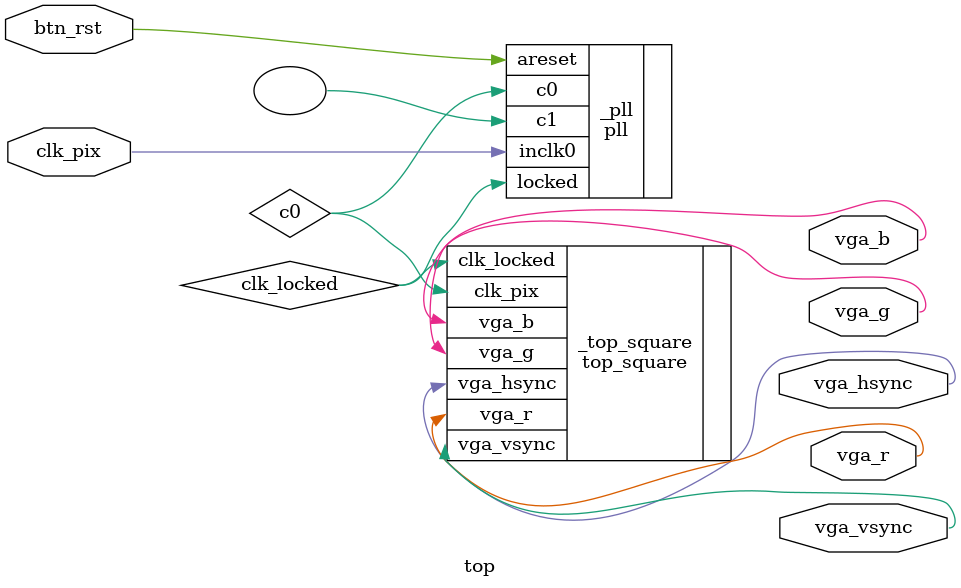
<source format=sv>
module top (
    input wire logic clk_pix,
    input wire logic btn_rst,
    output logic vga_hsync,
    output logic vga_vsync,
    output logic vga_r,
    output logic vga_g,
    output logic vga_b
);

    wire c0;
    wire c1;
    wire clk_locked;

    top_square _top_square (
        .clk_pix(c0),
        .clk_locked(clk_locked),
        .vga_hsync(vga_hsync),
        .vga_vsync(vga_vsync),
        .vga_r(vga_r),
        .vga_g(vga_g),
        .vga_b(vga_b)
    );

    pll _pll(
        .areset(btn_rst),
        .inclk0(clk_pix),
        .c0(c0),
        .c1(),
        .locked(clk_locked)
    );

endmodule
</source>
